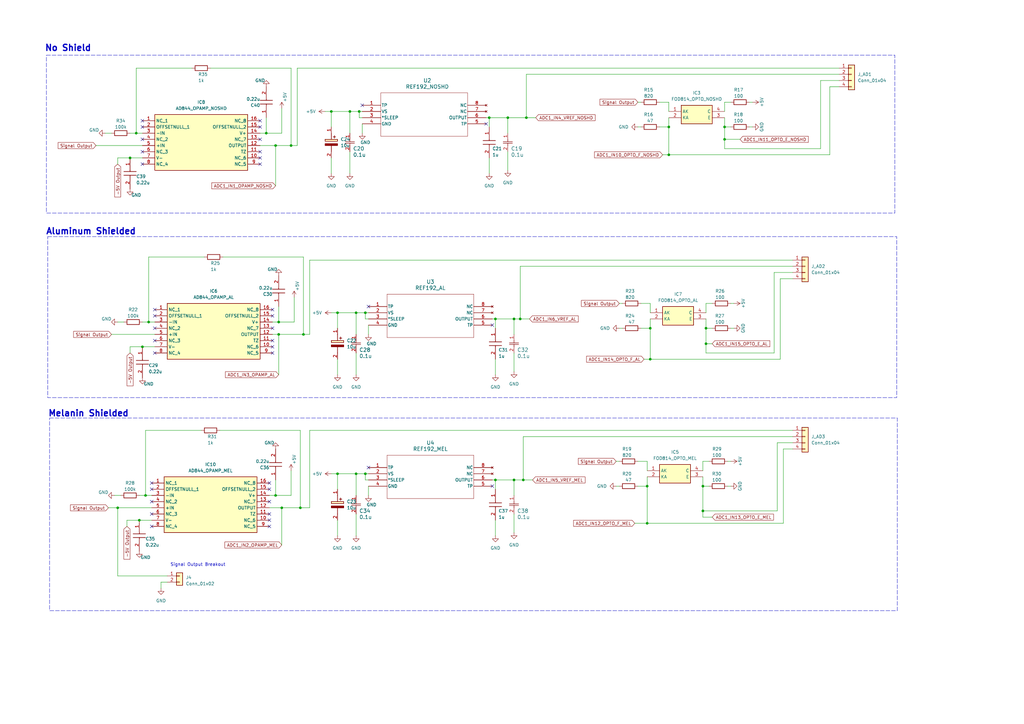
<source format=kicad_sch>
(kicad_sch (version 20231120) (generator "eeschema") (generator_version "8.0")
  (paper "A3")
  (title_block (title "REF192-AD844-FOD814 Testing Circuits") (rev "1"))
  (lib_symbols
    (symbol "Connector_Generic:Conn_01x02" (pin_names (offset 1.016) hide)
      (property "Reference" "J" (at 0 2.54 0))
      (property "Value" "Conn_01x02" (at 0 -5.08 0))
      (symbol "Conn_01x02_1_1"
        (rectangle (start -1.27 -2.413) (end 0 -2.667) (stroke (width 0.1524)))
        (rectangle (start -1.27 0.127) (end 0 -0.127) (stroke (width 0.1524)))
        (rectangle (start -1.27 1.27) (end 1.27 -3.81) (stroke (width 0.254)) (fill (type background)))
        (pin passive line (at -5.08 0 0) (length 3.81) (name "Pin_1") (number "1"))
        (pin passive line (at -5.08 -2.54 0) (length 3.81) (name "Pin_2") (number "2"))
      )
    )
    (symbol "Connector_Generic:Conn_01x04" (pin_names (offset 1.016) hide)
      (property "Reference" "J" (at 0 5.08 0))
      (property "Value" "Conn_01x04" (at 0 -7.62 0))
      (symbol "Conn_01x04_1_1"
        (rectangle (start -1.27 -4.953) (end 0 -5.207) (stroke (width 0.1524)))
        (rectangle (start -1.27 -2.413) (end 0 -2.667) (stroke (width 0.1524)))
        (rectangle (start -1.27 0.127) (end 0 -0.127) (stroke (width 0.1524)))
        (rectangle (start -1.27 2.667) (end 0 2.413) (stroke (width 0.1524)))
        (rectangle (start -1.27 3.81) (end 1.27 -6.35) (stroke (width 0.254)) (fill (type background)))
        (pin passive line (at -5.08 2.54 0) (length 3.81) (name "Pin_1") (number "1"))
        (pin passive line (at -5.08 0 0) (length 3.81) (name "Pin_2") (number "2"))
        (pin passive line (at -5.08 -2.54 0) (length 3.81) (name "Pin_3") (number "3"))
        (pin passive line (at -5.08 -5.08 0) (length 3.81) (name "Pin_4") (number "4"))
      )
    )
    (symbol "Device:R" (pin_numbers hide) (pin_names (offset 0))
      (property "Reference" "R" (at 2.032 0 90))
      (property "Value" "R" (at 0 0 90))
      (symbol "R_0_1"
        (rectangle (start -1.016 -2.54) (end 1.016 2.54) (stroke (width 0.254)))
      )
      (symbol "R_1_1"
        (pin passive line (at 0 3.81 270) (length 1.27) (name "~") (number "1"))
        (pin passive line (at 0 -3.81 90) (length 1.27) (name "~") (number "2"))
      )
    )
    (symbol "capstone:AD844JRZ-16-REEL7"
      (property "Reference" "IC" (at 44.45 7.62 0))
      (property "Value" "AD844JRZ-16-REEL7" (at 44.45 5.08 0))
      (symbol "AD844JRZ-16-REEL7_1_1"
        (rectangle (start 5.08 2.54) (end 43.18 -20.32) (stroke (width 0.254)) (fill (type background)))
        (pin passive line (at 0 0 0) (length 5.08) (name "NC_1") (number "1"))
        (pin passive line (at 48.26 -15.24 180) (length 5.08) (name "NC_6") (number "10"))
        (pin passive line (at 48.26 -12.7 180) (length 5.08) (name "TZ") (number "11"))
        (pin passive line (at 48.26 -10.16 180) (length 5.08) (name "OUTPUT") (number "12"))
        (pin passive line (at 48.26 -7.62 180) (length 5.08) (name "NC_7") (number "13"))
        (pin passive line (at 48.26 -5.08 180) (length 5.08) (name "V+") (number "14"))
        (pin passive line (at 48.26 -2.54 180) (length 5.08) (name "OFFSETNULL_2") (number "15"))
        (pin passive line (at 48.26 0 180) (length 5.08) (name "NC_8") (number "16"))
        (pin passive line (at 0 -2.54 0) (length 5.08) (name "OFFSETNULL_1") (number "2"))
        (pin passive line (at 0 -5.08 0) (length 5.08) (name "-IN") (number "3"))
        (pin passive line (at 0 -7.62 0) (length 5.08) (name "NC_2") (number "4"))
        (pin passive line (at 0 -10.16 0) (length 5.08) (name "+IN") (number "5"))
        (pin passive line (at 0 -12.7 0) (length 5.08) (name "NC_3") (number "6"))
        (pin passive line (at 0 -15.24 0) (length 5.08) (name "V-") (number "7"))
        (pin passive line (at 0 -17.78 0) (length 5.08) (name "NC_4") (number "8"))
        (pin passive line (at 48.26 -17.78 180) (length 5.08) (name "NC_5") (number "9"))
      )
    )
    (symbol "capstone:C0805C104K5RAC7210" (pin_names (offset 0.254))
      (property "Reference" "C" (at 3.81 3.81 0))
      (property "Value" "C0805C104K5RAC7210" (at 3.81 -3.81 0))
      (symbol "C0805C104K5RAC7210_1_1"
        (polyline (pts (xy 2.54 0) (xy 3.4798 0)) (stroke (width 0.2032)))
        (polyline (pts (xy 3.4798 -1.905) (xy 3.4798 1.905)) (stroke (width 0.2032)))
        (polyline (pts (xy 4.1148 -1.905) (xy 4.1148 1.905)) (stroke (width 0.2032)))
        (polyline (pts (xy 4.1148 0) (xy 5.08 0)) (stroke (width 0.2032)))
        (pin unspecified line (at 0 0 0) (length 2.54) (name "") (number "1"))
        (pin unspecified line (at 7.62 0 180) (length 2.54) (name "") (number "2"))
      )
      (symbol "C0805C104K5RAC7210_1_2"
        (polyline (pts (xy -1.905 -4.1148) (xy 1.905 -4.1148)) (stroke (width 0.2032)))
        (polyline (pts (xy -1.905 -3.4798) (xy 1.905 -3.4798)) (stroke (width 0.2032)))
        (polyline (pts (xy 0 -4.1148) (xy 0 -5.08)) (stroke (width 0.2032)))
        (polyline (pts (xy 0 -2.54) (xy 0 -3.4798)) (stroke (width 0.2032)))
        (pin unspecified line (at 0 0 270) (length 2.54) (name "") (number "1"))
        (pin unspecified line (at 0 -7.62 90) (length 2.54) (name "") (number "2"))
      )
    )
    (symbol "capstone:C0805C105Z5VACTU-1u" (pin_names hide)
      (property "Reference" "C" (at 8.89 6.35 0))
      (property "Value" "C0805C105Z5VACTU-1u" (at 8.89 3.81 0))
      (symbol "C0805C105Z5VACTU-1u_1_1"
        (polyline (pts (xy 5.08 0) (xy 5.588 0)) (stroke (width 0.254)))
        (polyline (pts (xy 5.588 2.54) (xy 5.588 -2.54)) (stroke (width 0.254)))
        (polyline (pts (xy 7.112 0) (xy 7.62 0)) (stroke (width 0.254)))
        (polyline (pts (xy 7.112 2.54) (xy 7.112 -2.54)) (stroke (width 0.254)))
        (pin passive line (at 0 0 0) (length 5.08) (name "1") (number "1"))
        (pin passive line (at 12.7 0 180) (length 5.08) (name "2") (number "2"))
      )
    )
    (symbol "capstone:C0805C224M5VACTU-0.22u" (pin_names hide)
      (property "Reference" "C" (at 8.89 6.35 0))
      (property "Value" "C0805C224M5VACTU-0.22u" (at 8.89 3.81 0))
      (symbol "C0805C224M5VACTU-0.22u_1_1"
        (polyline (pts (xy 5.08 0) (xy 5.588 0)) (stroke (width 0.254)))
        (polyline (pts (xy 5.588 2.54) (xy 5.588 -2.54)) (stroke (width 0.254)))
        (polyline (pts (xy 7.112 0) (xy 7.62 0)) (stroke (width 0.254)))
        (polyline (pts (xy 7.112 2.54) (xy 7.112 -2.54)) (stroke (width 0.254)))
        (pin passive line (at 0 0 0) (length 5.08) (name "1") (number "1"))
        (pin passive line (at 12.7 0 180) (length 5.08) (name "2") (number "2"))
      )
    )
    (symbol "capstone:FOD814SD"
      (property "Reference" "IC" (at 19.05 7.62 0))
      (property "Value" "FOD814SD" (at 19.05 5.08 0))
      (symbol "FOD814SD_1_1"
        (rectangle (start 5.08 2.54) (end 17.78 -5.08) (stroke (width 0.254)) (fill (type background)))
        (pin passive line (at 0 0 0) (length 5.08) (name "AK") (number "1"))
        (pin passive line (at 0 -2.54 0) (length 5.08) (name "KA") (number "2"))
        (pin passive line (at 22.86 -2.54 180) (length 5.08) (name "E") (number "3"))
        (pin passive line (at 22.86 0 180) (length 5.08) (name "C") (number "4"))
      )
    )
    (symbol "capstone:REF192GSZ" (pin_names (offset 0.254))
      (property "Reference" "U" (at 25.4 10.16 0))
      (property "Value" "REF192GSZ" (at 25.4 7.62 0))
      (symbol "REF192GSZ_0_1"
        (polyline (pts (xy 7.62 -12.7) (xy 43.18 -12.7)) (stroke (width 0.127)))
        (polyline (pts (xy 7.62 5.08) (xy 7.62 -12.7)) (stroke (width 0.127)))
        (polyline (pts (xy 43.18 -12.7) (xy 43.18 5.08)) (stroke (width 0.127)))
        (polyline (pts (xy 43.18 5.08) (xy 7.62 5.08)) (stroke (width 0.127)))
        (pin unspecified line (at 0 0 0) (length 7.62) (name "TP") (number "1"))
        (pin power_in line (at 0 -2.54 0) (length 7.62) (name "VS") (number "2"))
        (pin unspecified line (at 0 -5.08 0) (length 7.62) (name "*SLEEP") (number "3"))
        (pin power_in line (at 0 -7.62 0) (length 7.62) (name "GND") (number "4"))
        (pin unspecified line (at 50.8 -7.62 180) (length 7.62) (name "TP") (number "5"))
        (pin output line (at 50.8 -5.08 180) (length 7.62) (name "OUTPUT") (number "6"))
        (pin no_connect line (at 50.8 -2.54 180) (length 7.62) (name "NC") (number "7"))
        (pin no_connect line (at 50.8 0 180) (length 7.62) (name "NC") (number "8"))
      )
    )
    (symbol "capstone:T495D106K035ATE300" (pin_names hide)
      (property "Reference" "C" (at 8.89 6.35 0))
      (property "Value" "T495D106K035ATE300" (at 8.89 3.81 0))
      (symbol "T495D106K035ATE300_1_1"
        (polyline (pts (xy 2.54 0) (xy 5.08 0)) (stroke (width 0.254)))
        (polyline (pts (xy 4.064 1.778) (xy 4.064 0.762)) (stroke (width 0.254)))
        (polyline (pts (xy 4.572 1.27) (xy 3.556 1.27)) (stroke (width 0.254)))
        (polyline (pts (xy 7.62 0) (xy 10.16 0)) (stroke (width 0.254)))
        (polyline (pts (xy 7.62 2.54) (xy 7.62 -2.54) (xy 6.858 -2.54) (xy 6.858 2.54) (xy 7.62 2.54)) (stroke (width 0.254)) (fill (type outline)))
        (rectangle (start 5.08 2.54) (end 5.842 -2.54) (stroke (width 0.254)) (fill (type background)))
        (pin passive line (at 0 0 0) (length 2.54) (name "+") (number "1"))
        (pin passive line (at 12.7 0 180) (length 2.54) (name "-") (number "2"))
      )
    )
    (symbol "power:+5V" (power) (pin_names (offset 0))
      (property "Value" "+5V" (at 0 3.556 0))
      (symbol "+5V_0_1"
        (polyline (pts (xy -0.762 1.27) (xy 0 2.54)))
        (polyline (pts (xy 0 0) (xy 0 2.54)))
        (polyline (pts (xy 0 2.54) (xy 0.762 1.27)))
      )
      (symbol "+5V_1_1"
        (pin power_in line (at 0 0 90) (length 0) hide (name "+5V") (number "1"))
      )
    )
    (symbol "power:GND" (power) (pin_names (offset 0))
      (property "Value" "GND" (at 0 -3.81 0))
      (symbol "GND_0_1"
        (polyline (pts (xy 0 0) (xy 0 -1.27) (xy 1.27 -1.27) (xy 0 -2.54) (xy -1.27 -1.27) (xy 0 -1.27)))
      )
      (symbol "GND_1_1"
        (pin power_in line (at 0 0 270) (length 0) hide (name "GND") (number "1"))
      )
    )
  )
  (junction (at 60.96 132.08))
  (junction (at 210.82 196.85))
  (junction (at 288.29 209.55))
  (junction (at 59.69 203.2))
  (junction (at 149.86 194.31))
  (junction (at 297.18 57.15))
  (junction (at 57.15 213.36))
  (junction (at 266.7 134.62))
  (junction (at 208.28 48.26))
  (junction (at 115.57 208.28))
  (junction (at 109.22 54.61))
  (junction (at 274.32 63.5))
  (junction (at 138.43 128.27))
  (junction (at 203.2 196.85))
  (junction (at 48.26 208.28))
  (junction (at 289.56 140.97))
  (junction (at 266.7 147.32))
  (junction (at 147.32 45.72))
  (junction (at 114.3 132.08))
  (junction (at 123.19 208.28))
  (junction (at 200.66 48.26))
  (junction (at 113.03 59.69))
  (junction (at 58.42 142.24))
  (junction (at 138.43 194.31))
  (junction (at 265.43 199.39))
  (junction (at 143.51 45.72))
  (junction (at 114.3 137.16))
  (junction (at 135.89 45.72))
  (junction (at 146.05 194.31))
  (junction (at 210.82 130.81))
  (junction (at 289.56 134.62))
  (junction (at 146.05 128.27))
  (junction (at 213.36 130.81))
  (junction (at 297.18 52.07))
  (junction (at 274.32 52.07))
  (junction (at 203.2 130.81))
  (junction (at 149.86 128.27))
  (junction (at 124.46 137.16))
  (junction (at 215.9 48.26))
  (junction (at 113.03 203.2))
  (junction (at 214.63 196.85))
  (junction (at 288.29 199.39))
  (junction (at 53.34 64.77))
  (junction (at 119.38 59.69))
  (junction (at 55.88 54.61))
  (junction (at 265.43 214.63))
  (no_connect (at 63.5 129.54))
  (no_connect (at 106.68 67.31))
  (no_connect (at 106.68 64.77))
  (no_connect (at 63.5 127))
  (no_connect (at 148.59 43.18))
  (no_connect (at 63.5 139.7))
  (no_connect (at 110.49 210.82))
  (no_connect (at 110.49 205.74))
  (no_connect (at 110.49 215.9))
  (no_connect (at 199.39 50.8))
  (no_connect (at 62.23 200.66))
  (no_connect (at 62.23 205.74))
  (no_connect (at 62.23 198.12))
  (no_connect (at 151.13 191.77))
  (no_connect (at 111.76 127))
  (no_connect (at 63.5 144.78))
  (no_connect (at 201.93 133.35))
  (no_connect (at 62.23 215.9))
  (no_connect (at 62.23 210.82))
  (no_connect (at 110.49 200.66))
  (no_connect (at 201.93 199.39))
  (no_connect (at 111.76 129.54))
  (no_connect (at 151.13 125.73))
  (no_connect (at 58.42 52.07))
  (no_connect (at 110.49 213.36))
  (no_connect (at 58.42 67.31))
  (no_connect (at 106.68 52.07))
  (no_connect (at 111.76 134.62))
  (no_connect (at 106.68 62.23))
  (no_connect (at 111.76 139.7))
  (no_connect (at 106.68 49.53))
  (no_connect (at 106.68 57.15))
  (no_connect (at 111.76 144.78))
  (no_connect (at 58.42 49.53))
  (no_connect (at 63.5 134.62))
  (no_connect (at 58.42 57.15))
  (no_connect (at 110.49 198.12))
  (no_connect (at 58.42 62.23))
  (no_connect (at 111.76 142.24))
  (wire (pts (xy 114.3 132.08) (xy 120.65 132.08)))
  (wire (pts (xy 215.9 30.48) (xy 215.9 48.26)))
  (wire (pts (xy 39.37 59.69) (xy 58.42 59.69)))
  (wire (pts (xy 214.63 196.85) (xy 218.44 196.85)))
  (wire (pts (xy 52.07 213.36) (xy 57.15 213.36)))
  (wire (pts (xy 265.43 199.39) (xy 265.43 195.58)))
  (wire (pts (xy 86.36 27.94) (xy 119.38 27.94)))
  (wire (pts (xy 289.56 144.78) (xy 289.56 140.97)))
  (wire (pts (xy 114.3 132.08) (xy 111.76 132.08)))
  (wire (pts (xy 151.13 196.85) (xy 149.86 196.85)))
  (wire (pts (xy 44.45 208.28) (xy 48.26 208.28)))
  (wire (pts (xy 113.03 59.69) (xy 119.38 59.69)))
  (wire (pts (xy 340.36 35.56) (xy 344.17 35.56)))
  (wire (pts (xy 113.03 203.2) (xy 110.49 203.2)))
  (wire (pts (xy 214.63 179.07) (xy 214.63 196.85)))
  (wire (pts (xy 147.32 45.72) (xy 148.59 45.72)))
  (wire (pts (xy 109.22 48.26) (xy 109.22 54.61)))
  (wire (pts (xy 270.51 52.07) (xy 274.32 52.07)))
  (wire (pts (xy 274.32 52.07) (xy 274.32 48.26)))
  (wire (pts (xy 146.05 194.31) (xy 146.05 203.2)))
  (wire (pts (xy 262.89 134.62) (xy 266.7 134.62)))
  (wire (pts (xy 110.49 208.28) (xy 115.57 208.28)))
  (wire (pts (xy 119.38 193.04) (xy 119.38 203.2)))
  (wire (pts (xy 143.51 45.72) (xy 147.32 45.72)))
  (wire (pts (xy 66.04 241.3) (xy 66.04 238.76)))
  (wire (pts (xy 48.26 64.77) (xy 48.26 67.31)))
  (wire (pts (xy 321.31 184.15) (xy 325.12 184.15)))
  (wire (pts (xy 265.43 193.04) (xy 265.43 189.23)))
  (wire (pts (xy 124.46 137.16) (xy 127 137.16)))
  (wire (pts (xy 90.17 176.53) (xy 123.19 176.53)))
  (wire (pts (xy 58.42 142.24) (xy 63.5 142.24)))
  (wire (pts (xy 288.29 189.23) (xy 288.29 193.04)))
  (wire (pts (xy 266.7 134.62) (xy 266.7 130.81)))
  (wire (pts (xy 289.56 130.81) (xy 289.56 134.62)))
  (wire (pts (xy 52.07 213.36) (xy 52.07 215.9)))
  (wire (pts (xy 288.29 199.39) (xy 290.83 199.39)))
  (wire (pts (xy 340.36 63.5) (xy 340.36 35.56)))
  (wire (pts (xy 48.26 208.28) (xy 48.26 236.22)))
  (wire (pts (xy 297.18 48.26) (xy 297.18 52.07)))
  (wire (pts (xy 114.3 137.16) (xy 124.46 137.16)))
  (wire (pts (xy 119.38 59.69) (xy 121.92 59.69)))
  (wire (pts (xy 298.45 199.39) (xy 299.72 199.39)))
  (wire (pts (xy 59.69 203.2) (xy 62.23 203.2)))
  (wire (pts (xy 135.89 64.77) (xy 135.89 71.12)))
  (wire (pts (xy 53.34 64.77) (xy 58.42 64.77)))
  (wire (pts (xy 199.39 48.26) (xy 200.66 48.26)))
  (wire (pts (xy 299.72 189.23) (xy 298.45 189.23)))
  (wire (pts (xy 149.86 128.27) (xy 151.13 128.27)))
  (wire (pts (xy 82.55 176.53) (xy 59.69 176.53)))
  (wire (pts (xy 135.89 45.72) (xy 143.51 45.72)))
  (wire (pts (xy 321.31 214.63) (xy 321.31 184.15)))
  (wire (pts (xy 55.88 27.94) (xy 55.88 54.61)))
  (wire (pts (xy 151.13 133.35) (xy 151.13 137.16)))
  (wire (pts (xy 46.99 203.2) (xy 49.53 203.2)))
  (wire (pts (xy 203.2 196.85) (xy 203.2 200.66)))
  (wire (pts (xy 214.63 179.07) (xy 325.12 179.07)))
  (wire (pts (xy 336.55 60.96) (xy 336.55 33.02)))
  (wire (pts (xy 299.72 134.62) (xy 300.99 134.62)))
  (wire (pts (xy 109.22 54.61) (xy 106.68 54.61)))
  (wire (pts (xy 266.7 124.46) (xy 262.89 124.46)))
  (wire (pts (xy 148.59 50.8) (xy 148.59 54.61)))
  (wire (pts (xy 124.46 105.41) (xy 124.46 137.16)))
  (wire (pts (xy 254 134.62) (xy 255.27 134.62)))
  (wire (pts (xy 274.32 41.91) (xy 270.51 41.91)))
  (wire (pts (xy 55.88 27.94) (xy 78.74 27.94)))
  (wire (pts (xy 114.3 125.73) (xy 114.3 132.08)))
  (wire (pts (xy 111.76 137.16) (xy 114.3 137.16)))
  (wire (pts (xy 60.96 105.41) (xy 60.96 132.08)))
  (wire (pts (xy 146.05 194.31) (xy 149.86 194.31)))
  (wire (pts (xy 59.69 176.53) (xy 59.69 203.2)))
  (wire (pts (xy 320.04 147.32) (xy 320.04 114.3)))
  (wire (pts (xy 288.29 189.23) (xy 290.83 189.23)))
  (wire (pts (xy 138.43 147.32) (xy 138.43 153.67)))
  (wire (pts (xy 109.22 54.61) (xy 115.57 54.61)))
  (wire (pts (xy 53.34 54.61) (xy 55.88 54.61)))
  (wire (pts (xy 265.43 189.23) (xy 261.62 189.23)))
  (wire (pts (xy 135.89 194.31) (xy 138.43 194.31)))
  (wire (pts (xy 252.73 199.39) (xy 254 199.39)))
  (wire (pts (xy 308.61 41.91) (xy 307.34 41.91)))
  (wire (pts (xy 289.56 124.46) (xy 289.56 128.27)))
  (wire (pts (xy 115.57 208.28) (xy 115.57 223.52)))
  (wire (pts (xy 138.43 194.31) (xy 146.05 194.31)))
  (wire (pts (xy 43.18 54.61) (xy 45.72 54.61)))
  (wire (pts (xy 119.38 27.94) (xy 119.38 59.69)))
  (wire (pts (xy 201.93 130.81) (xy 203.2 130.81)))
  (wire (pts (xy 123.19 176.53) (xy 123.19 208.28)))
  (wire (pts (xy 138.43 134.62) (xy 138.43 128.27)))
  (wire (pts (xy 135.89 52.07) (xy 135.89 45.72)))
  (wire (pts (xy 274.32 63.5) (xy 340.36 63.5)))
  (wire (pts (xy 146.05 144.78) (xy 146.05 153.67)))
  (wire (pts (xy 288.29 212.09) (xy 292.1 212.09)))
  (wire (pts (xy 321.31 214.63) (xy 265.43 214.63)))
  (wire (pts (xy 113.03 196.85) (xy 113.03 203.2)))
  (wire (pts (xy 261.62 199.39) (xy 265.43 199.39)))
  (wire (pts (xy 318.77 181.61) (xy 325.12 181.61)))
  (wire (pts (xy 254 124.46) (xy 255.27 124.46)))
  (wire (pts (xy 297.18 41.91) (xy 297.18 45.72)))
  (wire (pts (xy 317.5 144.78) (xy 317.5 111.76)))
  (wire (pts (xy 289.56 140.97) (xy 292.1 140.97)))
  (wire (pts (xy 213.36 109.22) (xy 213.36 130.81)))
  (wire (pts (xy 288.29 199.39) (xy 288.29 209.55)))
  (wire (pts (xy 297.18 57.15) (xy 297.18 60.96)))
  (wire (pts (xy 138.43 200.66) (xy 138.43 194.31)))
  (wire (pts (xy 201.93 196.85) (xy 203.2 196.85)))
  (wire (pts (xy 113.03 59.69) (xy 113.03 76.2)))
  (wire (pts (xy 58.42 132.08) (xy 60.96 132.08)))
  (wire (pts (xy 149.86 130.81) (xy 149.86 128.27)))
  (wire (pts (xy 208.28 48.26) (xy 208.28 54.61)))
  (wire (pts (xy 288.29 195.58) (xy 288.29 199.39)))
  (wire (pts (xy 48.26 64.77) (xy 53.34 64.77)))
  (wire (pts (xy 318.77 209.55) (xy 318.77 181.61)))
  (wire (pts (xy 317.5 144.78) (xy 289.56 144.78)))
  (wire (pts (xy 66.04 238.76) (xy 68.58 238.76)))
  (wire (pts (xy 210.82 130.81) (xy 210.82 137.16)))
  (wire (pts (xy 289.56 134.62) (xy 292.1 134.62)))
  (wire (pts (xy 200.66 48.26) (xy 200.66 52.07)))
  (wire (pts (xy 274.32 45.72) (xy 274.32 41.91)))
  (wire (pts (xy 297.18 60.96) (xy 336.55 60.96)))
  (wire (pts (xy 146.05 210.82) (xy 146.05 219.71)))
  (wire (pts (xy 215.9 48.26) (xy 219.71 48.26)))
  (wire (pts (xy 57.15 213.36) (xy 62.23 213.36)))
  (wire (pts (xy 210.82 196.85) (xy 214.63 196.85)))
  (wire (pts (xy 138.43 128.27) (xy 146.05 128.27)))
  (wire (pts (xy 208.28 48.26) (xy 215.9 48.26)))
  (wire (pts (xy 320.04 114.3) (xy 325.12 114.3)))
  (wire (pts (xy 138.43 213.36) (xy 138.43 219.71)))
  (wire (pts (xy 60.96 132.08) (xy 63.5 132.08)))
  (wire (pts (xy 274.32 63.5) (xy 274.32 52.07)))
  (wire (pts (xy 260.35 214.63) (xy 265.43 214.63)))
  (wire (pts (xy 127 106.68) (xy 325.12 106.68)))
  (wire (pts (xy 106.68 59.69) (xy 113.03 59.69)))
  (wire (pts (xy 261.62 41.91) (xy 262.89 41.91)))
  (wire (pts (xy 203.2 130.81) (xy 203.2 134.62)))
  (wire (pts (xy 114.3 137.16) (xy 114.3 153.67)))
  (wire (pts (xy 53.34 142.24) (xy 53.34 144.78)))
  (wire (pts (xy 115.57 208.28) (xy 123.19 208.28)))
  (wire (pts (xy 203.2 130.81) (xy 210.82 130.81)))
  (wire (pts (xy 210.82 210.82) (xy 210.82 218.44)))
  (wire (pts (xy 151.13 130.81) (xy 149.86 130.81)))
  (wire (pts (xy 252.73 189.23) (xy 254 189.23)))
  (wire (pts (xy 271.78 63.5) (xy 274.32 63.5)))
  (wire (pts (xy 208.28 62.23) (xy 208.28 69.85)))
  (wire (pts (xy 151.13 199.39) (xy 151.13 203.2)))
  (wire (pts (xy 121.92 59.69) (xy 121.92 27.94)))
  (wire (pts (xy 113.03 203.2) (xy 119.38 203.2)))
  (wire (pts (xy 336.55 33.02) (xy 344.17 33.02)))
  (wire (pts (xy 215.9 30.48) (xy 344.17 30.48)))
  (wire (pts (xy 289.56 124.46) (xy 292.1 124.46)))
  (wire (pts (xy 265.43 214.63) (xy 265.43 199.39)))
  (wire (pts (xy 146.05 128.27) (xy 149.86 128.27)))
  (wire (pts (xy 210.82 196.85) (xy 210.82 203.2)))
  (wire (pts (xy 127 208.28) (xy 123.19 208.28)))
  (wire (pts (xy 266.7 128.27) (xy 266.7 124.46)))
  (wire (pts (xy 210.82 130.81) (xy 213.36 130.81)))
  (wire (pts (xy 127 106.68) (xy 127 137.16)))
  (wire (pts (xy 266.7 147.32) (xy 266.7 134.62)))
  (wire (pts (xy 297.18 57.15) (xy 303.53 57.15)))
  (wire (pts (xy 213.36 130.81) (xy 217.17 130.81)))
  (wire (pts (xy 288.29 212.09) (xy 288.29 209.55)))
  (wire (pts (xy 120.65 121.92) (xy 120.65 132.08)))
  (wire (pts (xy 133.35 45.72) (xy 135.89 45.72)))
  (wire (pts (xy 55.88 54.61) (xy 58.42 54.61)))
  (wire (pts (xy 210.82 144.78) (xy 210.82 152.4)))
  (wire (pts (xy 57.15 203.2) (xy 59.69 203.2)))
  (wire (pts (xy 143.51 45.72) (xy 143.51 54.61)))
  (wire (pts (xy 143.51 62.23) (xy 143.51 71.12)))
  (wire (pts (xy 121.92 27.94) (xy 344.17 27.94)))
  (wire (pts (xy 289.56 140.97) (xy 289.56 134.62)))
  (wire (pts (xy 297.18 52.07) (xy 299.72 52.07)))
  (wire (pts (xy 83.82 105.41) (xy 60.96 105.41)))
  (wire (pts (xy 297.18 52.07) (xy 297.18 57.15)))
  (wire (pts (xy 297.18 41.91) (xy 299.72 41.91)))
  (wire (pts (xy 48.26 208.28) (xy 62.23 208.28)))
  (wire (pts (xy 149.86 196.85) (xy 149.86 194.31)))
  (wire (pts (xy 127 176.53) (xy 127 208.28)))
  (wire (pts (xy 48.26 132.08) (xy 50.8 132.08)))
  (wire (pts (xy 264.16 147.32) (xy 266.7 147.32)))
  (wire (pts (xy 147.32 48.26) (xy 147.32 45.72)))
  (wire (pts (xy 127 176.53) (xy 325.12 176.53)))
  (wire (pts (xy 115.57 44.45) (xy 115.57 54.61)))
  (wire (pts (xy 213.36 109.22) (xy 325.12 109.22)))
  (wire (pts (xy 203.2 213.36) (xy 203.2 219.71)))
  (wire (pts (xy 266.7 147.32) (xy 320.04 147.32)))
  (wire (pts (xy 307.34 52.07) (xy 308.61 52.07)))
  (wire (pts (xy 288.29 209.55) (xy 318.77 209.55)))
  (wire (pts (xy 135.89 128.27) (xy 138.43 128.27)))
  (wire (pts (xy 146.05 128.27) (xy 146.05 137.16)))
  (wire (pts (xy 200.66 64.77) (xy 200.66 71.12)))
  (wire (pts (xy 317.5 111.76) (xy 325.12 111.76)))
  (wire (pts (xy 148.59 48.26) (xy 147.32 48.26)))
  (wire (pts (xy 45.72 137.16) (xy 63.5 137.16)))
  (wire (pts (xy 300.99 124.46) (xy 299.72 124.46)))
  (wire (pts (xy 48.26 236.22) (xy 68.58 236.22)))
  (wire (pts (xy 203.2 196.85) (xy 210.82 196.85)))
  (wire (pts (xy 200.66 48.26) (xy 208.28 48.26)))
  (wire (pts (xy 149.86 194.31) (xy 151.13 194.31)))
  (wire (pts (xy 261.62 52.07) (xy 262.89 52.07)))
  (wire (pts (xy 203.2 147.32) (xy 203.2 153.67)))
  (wire (pts (xy 91.44 105.41) (xy 124.46 105.41)))
  (wire (pts (xy 53.34 142.24) (xy 58.42 142.24)))
  (rectangle (start 20.32 171.45) (end 368.046 250.444) (stroke (width 0) (type dash)))
  (rectangle (start 19.05 22.606) (end 367.03 87.376) (stroke (width 0) (type dash)))
  (rectangle (start 19.558 97.028) (end 367.792 163.068) (stroke (width 0) (type dash)))
  (text "Signal Output Breakout\n" (at 69.85 232.41 0) (effects (font (size 1.27 1.27)) (justify left bottom)))
  (text "Aluminum Shielded" (at 37.338 94.996 0) (effects (font (size 2.54 2.54) (thickness 0.508) (bold yes))))
  (text "Melanin Shielded" (at 36.322 169.672 0) (effects (font (size 2.54 2.54) (thickness 0.508) (bold yes))))
  (text "No Shield" (at 27.94 19.812 0) (effects (font (size 2.54 2.54) (thickness 0.508) (bold yes))))
  (global_label "Signal Output" (shape input) (at 252.73 189.23 180) (property "Intersheetrefs" "${INTERSHEET_REFS}" (effects (hide yes))))
  (global_label "ADC1_IN13_OPTO_E_MEL" (shape input) (at 292.1 212.09 0) (property "Intersheetrefs" "${INTERSHEET_REFS}" (effects (hide yes))))
  (global_label "Signal Output" (shape input) (at 39.37 59.69 180) (property "Intersheetrefs" "${INTERSHEET_REFS}" (effects (hide yes))))
  (global_label "Signal Output" (shape input) (at 45.72 137.16 180) (property "Intersheetrefs" "${INTERSHEET_REFS}" (effects (hide yes))))
  (global_label "-5V Output" (shape input) (at 48.26 67.31 270) (property "Intersheetrefs" "${INTERSHEET_REFS}" (effects (hide yes))))
  (global_label "ADC1_IN5_VREF_MEL" (shape input) (at 218.44 196.85 0) (property "Intersheetrefs" "${INTERSHEET_REFS}" (effects (hide yes))))
  (global_label "ADC1_IN12_OPTO_F_MEL" (shape input) (at 260.35 214.63 180) (property "Intersheetrefs" "${INTERSHEET_REFS}" (effects (hide yes))))
  (global_label "ADC1_IN14_OPTO_F_AL" (shape input) (at 264.16 147.32 180) (property "Intersheetrefs" "${INTERSHEET_REFS}" (effects (hide yes))))
  (global_label "ADC1_IN4_VREF_NOSHD" (shape input) (at 219.71 48.26 0) (property "Intersheetrefs" "${INTERSHEET_REFS}" (effects (hide yes))))
  (global_label "ADC1_IN10_OPTO_F_NOSHD" (shape input) (at 271.78 63.5 180) (property "Intersheetrefs" "${INTERSHEET_REFS}" (effects (hide yes))))
  (global_label "-5V Output" (shape input) (at 53.34 144.78 270) (property "Intersheetrefs" "${INTERSHEET_REFS}" (effects (hide yes))))
  (global_label "Signal Output" (shape input) (at 254 124.46 180) (property "Intersheetrefs" "${INTERSHEET_REFS}" (effects (hide yes))))
  (global_label "ADC1_IN3_OPAMP_AL" (shape input) (at 114.3 153.67 180) (property "Intersheetrefs" "${INTERSHEET_REFS}" (effects (hide yes))))
  (global_label "Signal Output" (shape input) (at 261.62 41.91 180) (property "Intersheetrefs" "${INTERSHEET_REFS}" (effects (hide yes))))
  (global_label "ADC1_IN15_OPTO_E_AL" (shape input) (at 292.1 140.97 0) (property "Intersheetrefs" "${INTERSHEET_REFS}" (effects (hide yes))))
  (global_label "ADC1_IN11_OPTO_E_NOSHD" (shape input) (at 303.53 57.15 0) (property "Intersheetrefs" "${INTERSHEET_REFS}" (effects (hide yes))))
  (global_label "ADC1_IN1_OPAMP_NOSHD" (shape input) (at 113.03 76.2 180) (property "Intersheetrefs" "${INTERSHEET_REFS}" (effects (hide yes))))
  (global_label "ADC1_IN6_VREF_AL" (shape input) (at 217.17 130.81 0) (property "Intersheetrefs" "${INTERSHEET_REFS}" (effects (hide yes))))
  (global_label "ADC1_IN2_OPAMP_MEL" (shape input) (at 115.57 223.52 180) (property "Intersheetrefs" "${INTERSHEET_REFS}" (effects (hide yes))))
  (global_label "-5V Output" (shape input) (at 52.07 215.9 270) (property "Intersheetrefs" "${INTERSHEET_REFS}" (effects (hide yes))))
  (global_label "Signal Output" (shape input) (at 44.45 208.28 180) (property "Intersheetrefs" "${INTERSHEET_REFS}" (effects (hide yes))))
  (symbol (lib_id "capstone:C0805C224M5VACTU-0.22u") (at 109.22 48.26 90) (unit 1)
    (property "Reference" "C40" (at 106.68 43.18 90) (effects (justify left)))
    (property "Value" "0.22u" (at 106.68 40.64 90) (effects (justify left)))
    (property "Footprint" "capstone:C0805-0.22u" (effects (hide yes)))
    (property "Datasheet" "https://content.kemet.com/datasheets/KEM_C1005_Y5V_SMD.pdf" (effects (hide yes)))
    (property "Height" "1.1" (effects (hide yes)))
    (property "Manufacturer_Name" "KEMET" (effects (hide yes)))
    (property "Manufacturer_Part_Number" "C0805C224M5VACTU" (effects (hide yes)))
  )
  (symbol (lib_id "capstone:REF192GSZ") (at 151.13 125.73 0) (unit 1)
    (property "Reference" "U3" (at 176.53 115.57 0) (effects (font (size 1.524 1.524))))
    (property "Value" "REF192_AL" (at 176.53 118.11 0) (effects (font (size 1.524 1.524))))
    (property "Footprint" "capstone:R_8_ADI-REF" (effects (hide yes)))
    (property "Datasheet" "REF192GSZ" (effects (hide yes)))
  )
  (symbol (lib_id "Device:R") (at 303.53 52.07 270) (unit 1)
    (property "Reference" "R18" (at 304.8 46.99 90) (effects (justify right)))
    (property "Value" "100" (at 304.8 49.53 90) (effects (justify right)))
    (property "Footprint" "Resistor_SMD:R_0402_1005Metric" (effects (hide yes)))
  )
  (symbol (lib_id "power:GND") (at 113.03 184.15 180) (unit 1)
    (property "Reference" "#PWR067" (effects (hide yes)))
    (property "Value" "GND" (at 110.49 181.61 0))
  )
  (symbol (lib_id "capstone:C0805C105Z5VACTU-1u") (at 200.66 52.07 270) (unit 1)
    (property "Reference" "C21" (at 201.93 60.96 90) (effects (justify left)))
    (property "Value" "1u" (at 201.93 63.5 90) (effects (justify left)))
    (property "Footprint" "capstone:C0805-1u" (effects (hide yes)))
    (property "Datasheet" "https://componentsearchengine.com/Datasheets/1/C0805C105Z5VACTU.pdf" (effects (hide yes)))
    (property "Height" "1.1" (effects (hide yes)))
    (property "Mouser Part Number" "80-C0805C105Z5VACTU" (effects (hide yes)))
    (property "Mouser Price/Stock" "https://www.mouser.com/Search/Refine.aspx?Keyword=80-C0805C105Z5VACTU" (effects (hide yes)))
    (property "Manufacturer_Name" "KEMET" (effects (hide yes)))
    (property "Manufacturer_Part_Number" "C0805C105Z5VACTU" (effects (hide yes)))
  )
  (symbol (lib_id "power:GND") (at 146.05 153.67 0) (unit 1)
    (property "Reference" "#PWR048" (effects (hide yes)))
    (property "Value" "GND" (at 146.05 158.75 0))
  )
  (symbol (lib_id "capstone:C0805C105Z5VACTU-1u") (at 203.2 134.62 270) (unit 1)
    (property "Reference" "C31" (at 204.47 143.51 90) (effects (justify left)))
    (property "Value" "1u" (at 204.47 146.05 90) (effects (justify left)))
    (property "Footprint" "capstone:C0805-1u" (effects (hide yes)))
    (property "Datasheet" "https://componentsearchengine.com/Datasheets/1/C0805C105Z5VACTU.pdf" (effects (hide yes)))
    (property "Height" "1.1" (effects (hide yes)))
    (property "Mouser Part Number" "80-C0805C105Z5VACTU" (effects (hide yes)))
    (property "Mouser Price/Stock" "https://www.mouser.com/Search/Refine.aspx?Keyword=80-C0805C105Z5VACTU" (effects (hide yes)))
    (property "Manufacturer_Name" "KEMET" (effects (hide yes)))
    (property "Manufacturer_Part_Number" "C0805C105Z5VACTU" (effects (hide yes)))
  )
  (symbol (lib_id "power:+5V") (at 135.89 128.27 90) (unit 1)
    (property "Reference" "#PWR04" (effects (hide yes)))
    (property "Value" "+5V" (at 132.08 128.27 90) (effects (justify left)))
  )
  (symbol (lib_id "capstone:REF192GSZ") (at 151.13 191.77 0) (unit 1)
    (property "Reference" "U4" (at 176.53 181.61 0) (effects (font (size 1.524 1.524))))
    (property "Value" "REF192_MEL" (at 176.53 184.15 0) (effects (font (size 1.524 1.524))))
    (property "Footprint" "capstone:R_8_ADI-REF" (effects (hide yes)))
    (property "Datasheet" "REF192GSZ" (effects (hide yes)))
  )
  (symbol (lib_id "capstone:C0805C104K5RAC7210") (at 146.05 203.2 270) (unit 1)
    (property "Reference" "C34" (at 147.32 209.55 90) (effects (font (size 1.524 1.524)) (justify left)))
    (property "Value" "0.1u" (at 147.32 212.09 90) (effects (font (size 1.524 1.524)) (justify left)))
    (property "Footprint" "capstone:CAPC220145_88N_KEM-0.1u" (effects (hide yes)))
    (property "Datasheet" "C0805C104K5RAC7210" (effects (hide yes)))
  )
  (symbol (lib_id "power:GND") (at 138.43 219.71 0) (unit 1)
    (property "Reference" "#PWR059" (effects (hide yes)))
    (property "Value" "GND" (at 138.43 224.79 0))
  )
  (symbol (lib_id "power:+5V") (at 133.35 45.72 90) (unit 1)
    (property "Reference" "#PWR037" (effects (hide yes)))
    (property "Value" "+5V" (at 129.54 45.72 90) (effects (justify left)))
  )
  (symbol (lib_id "Device:R") (at 295.91 134.62 270) (unit 1)
    (property "Reference" "R27" (at 297.18 129.54 90) (effects (justify right)))
    (property "Value" "100" (at 297.18 132.08 90) (effects (justify right)))
    (property "Footprint" "Resistor_SMD:R_0402_1005Metric" (effects (hide yes)))
  )
  (symbol (lib_id "capstone:C0805C104K5RAC7210") (at 143.51 54.61 270) (unit 1)
    (property "Reference" "C20" (at 144.78 60.96 90) (effects (font (size 1.524 1.524)) (justify left)))
    (property "Value" "0.1u" (at 144.78 63.5 90) (effects (font (size 1.524 1.524)) (justify left)))
    (property "Footprint" "capstone:CAPC220145_88N_KEM-0.1u" (effects (hide yes)))
    (property "Datasheet" "C0805C104K5RAC7210" (effects (hide yes)))
  )
  (symbol (lib_id "power:+5V") (at 135.89 194.31 90) (unit 1)
    (property "Reference" "#PWR058" (effects (hide yes)))
    (property "Value" "+5V" (at 132.08 194.31 90) (effects (justify left)))
  )
  (symbol (lib_id "capstone:C0805C104K5RAC7210") (at 208.28 54.61 270) (unit 1)
    (property "Reference" "C19" (at 209.55 60.96 90) (effects (font (size 1.524 1.524)) (justify left)))
    (property "Value" "0.1u" (at 209.55 63.5 90) (effects (font (size 1.524 1.524)) (justify left)))
    (property "Footprint" "capstone:CAPC220145_88N_KEM-0.1u" (effects (hide yes)))
    (property "Datasheet" "C0805C104K5RAC7210" (effects (hide yes)))
  )
  (symbol (lib_id "power:GND") (at 203.2 219.71 0) (unit 1)
    (property "Reference" "#PWR069" (effects (hide yes)))
    (property "Value" "GND" (at 203.2 224.79 0))
  )
  (symbol (lib_id "Device:R") (at 53.34 203.2 90) (unit 1)
    (property "Reference" "R28" (at 53.34 198.12 90))
    (property "Value" "100k" (at 53.34 200.66 90))
    (property "Footprint" "Resistor_SMD:R_0402_1005Metric" (effects (hide yes)))
  )
  (symbol (lib_id "capstone:C0805C104K5RAC7210") (at 210.82 203.2 270) (unit 1)
    (property "Reference" "C38" (at 212.09 209.55 90) (effects (font (size 1.524 1.524)) (justify left)))
    (property "Value" "0.1u" (at 212.09 212.09 90) (effects (font (size 1.524 1.524)) (justify left)))
    (property "Footprint" "capstone:CAPC220145_88N_KEM-0.1u" (effects (hide yes)))
    (property "Datasheet" "C0805C104K5RAC7210" (effects (hide yes)))
  )
  (symbol (lib_id "Device:R") (at 54.61 132.08 90) (unit 1)
    (property "Reference" "R22" (at 54.61 127 90))
    (property "Value" "100k" (at 54.61 129.54 90))
    (property "Footprint" "Resistor_SMD:R_0402_1005Metric" (effects (hide yes)))
  )
  (symbol (lib_id "capstone:C0805C224M5VACTU-0.22u") (at 53.34 64.77 270) (unit 1)
    (property "Reference" "C39" (at 55.88 72.39 90) (effects (justify left)))
    (property "Value" "0.22u" (at 55.88 74.93 90) (effects (justify left)))
    (property "Footprint" "capstone:C0805-0.22u" (effects (hide yes)))
    (property "Datasheet" "https://content.kemet.com/datasheets/KEM_C1005_Y5V_SMD.pdf" (effects (hide yes)))
    (property "Height" "1.1" (effects (hide yes)))
    (property "Manufacturer_Name" "KEMET" (effects (hide yes)))
    (property "Manufacturer_Part_Number" "C0805C224M5VACTU" (effects (hide yes)))
  )
  (symbol (lib_id "power:GND") (at 254 134.62 270) (unit 1)
    (property "Reference" "#PWR051" (effects (hide yes)))
    (property "Value" "GND" (at 250.19 134.62 90) (effects (justify right)))
  )
  (symbol (lib_id "Connector_Generic:Conn_01x04") (at 349.25 30.48 0) (unit 1)
    (property "Reference" "J_AD1" (at 351.79 30.48 0) (effects (justify left)))
    (property "Value" "Conn_01x04" (at 351.79 33.02 0) (effects (justify left)))
    (property "Footprint" "Connector_PinHeader_2.54mm:PinHeader_1x04_P2.54mm_Vertical" (effects (hide yes)))
  )
  (symbol (lib_id "power:GND") (at 208.28 69.85 0) (unit 1)
    (property "Reference" "#PWR041" (effects (hide yes)))
    (property "Value" "GND" (at 208.28 74.93 0))
  )
  (symbol (lib_id "capstone:C0805C105Z5VACTU-1u") (at 203.2 200.66 270) (unit 1)
    (property "Reference" "C37" (at 204.47 209.55 90) (effects (justify left)))
    (property "Value" "1u" (at 204.47 212.09 90) (effects (justify left)))
    (property "Footprint" "capstone:C0805-1u" (effects (hide yes)))
    (property "Datasheet" "https://componentsearchengine.com/Datasheets/1/C0805C105Z5VACTU.pdf" (effects (hide yes)))
    (property "Height" "1.1" (effects (hide yes)))
    (property "Mouser Part Number" "80-C0805C105Z5VACTU" (effects (hide yes)))
    (property "Mouser Price/Stock" "https://www.mouser.com/Search/Refine.aspx?Keyword=80-C0805C105Z5VACTU" (effects (hide yes)))
    (property "Manufacturer_Name" "KEMET" (effects (hide yes)))
    (property "Manufacturer_Part_Number" "C0805C105Z5VACTU" (effects (hide yes)))
  )
  (symbol (lib_id "power:+5V") (at 299.72 189.23 270) (unit 1)
    (property "Reference" "#PWR043" (effects (hide yes)))
    (property "Value" "+5V" (at 303.53 189.23 0))
  )
  (symbol (lib_id "power:GND") (at 53.34 77.47 0) (unit 1)
    (property "Reference" "#PWR072" (effects (hide yes)))
    (property "Value" "GND" (at 55.88 80.01 0))
  )
  (symbol (lib_id "power:+5V") (at 120.65 121.92 0) (unit 1)
    (property "Reference" "#PWR055" (effects (hide yes)))
    (property "Value" "+5V" (at 121.92 119.38 90) (effects (justify left)))
  )
  (symbol (lib_id "capstone:C0805C224M5VACTU-0.22u") (at 57.15 213.36 270) (unit 1)
    (property "Reference" "C35" (at 59.69 220.98 90) (effects (justify left)))
    (property "Value" "0.22u" (at 59.69 223.52 90) (effects (justify left)))
    (property "Footprint" "capstone:C0805-0.22u" (effects (hide yes)))
    (property "Datasheet" "https://content.kemet.com/datasheets/KEM_C1005_Y5V_SMD.pdf" (effects (hide yes)))
    (property "Height" "1.1" (effects (hide yes)))
    (property "Manufacturer_Name" "KEMET" (effects (hide yes)))
    (property "Manufacturer_Part_Number" "C0805C224M5VACTU" (effects (hide yes)))
  )
  (symbol (lib_id "Device:R") (at 294.64 199.39 270) (unit 1)
    (property "Reference" "R30" (at 295.91 194.31 90) (effects (justify right)))
    (property "Value" "100" (at 295.91 196.85 90) (effects (justify right)))
    (property "Footprint" "Resistor_SMD:R_0402_1005Metric" (effects (hide yes)))
  )
  (symbol (lib_id "power:GND") (at 299.72 199.39 90) (unit 1)
    (property "Reference" "#PWR044" (effects (hide yes)))
    (property "Value" "GND" (at 303.53 199.39 0))
  )
  (symbol (lib_id "Device:R") (at 257.81 199.39 270) (unit 1)
    (property "Reference" "R20" (at 259.08 194.31 90) (effects (justify right)))
    (property "Value" "47" (at 259.08 196.85 90) (effects (justify right)))
    (property "Footprint" "Resistor_SMD:R_0402_1005Metric" (effects (hide yes)))
  )
  (symbol (lib_id "power:GND") (at 300.99 134.62 90) (unit 1)
    (property "Reference" "#PWR053" (effects (hide yes)))
    (property "Value" "GND" (at 304.8 134.62 0))
  )
  (symbol (lib_id "capstone:C0805C104K5RAC7210") (at 210.82 137.16 270) (unit 1)
    (property "Reference" "C32" (at 212.09 143.51 90) (effects (font (size 1.524 1.524)) (justify left)))
    (property "Value" "0.1u" (at 212.09 146.05 90) (effects (font (size 1.524 1.524)) (justify left)))
    (property "Footprint" "capstone:CAPC220145_88N_KEM-0.1u" (effects (hide yes)))
    (property "Datasheet" "C0805C104K5RAC7210" (effects (hide yes)))
  )
  (symbol (lib_id "power:GND") (at 252.73 199.39 270) (unit 1)
    (property "Reference" "#PWR038" (effects (hide yes)))
    (property "Value" "GND" (at 248.92 199.39 90) (effects (justify right)))
  )
  (symbol (lib_id "power:GND") (at 138.43 153.67 0) (unit 1)
    (property "Reference" "#PWR042" (effects (hide yes)))
    (property "Value" "GND" (at 138.43 158.75 0))
  )
  (symbol (lib_id "power:GND") (at 210.82 218.44 0) (unit 1)
    (property "Reference" "#PWR070" (effects (hide yes)))
    (property "Value" "GND" (at 210.82 223.52 0))
  )
  (symbol (lib_id "Connector_Generic:Conn_01x04") (at 330.2 179.07 0) (unit 1)
    (property "Reference" "J_AD3" (at 332.74 179.07 0) (effects (justify left)))
    (property "Value" "Conn_01x04" (at 332.74 181.61 0) (effects (justify left)))
    (property "Footprint" "Connector_PinHeader_2.54mm:PinHeader_1x04_P2.54mm_Vertical" (effects (hide yes)))
  )
  (symbol (lib_id "power:GND") (at 151.13 203.2 0) (unit 1)
    (property "Reference" "#PWR062" (effects (hide yes)))
    (property "Value" "GND" (at 152.4 207.01 0))
  )
  (symbol (lib_id "power:GND") (at 48.26 132.08 270) (unit 1)
    (property "Reference" "#PWR047" (effects (hide yes)))
    (property "Value" "GND" (at 45.72 130.81 90) (effects (justify right)))
  )
  (symbol (lib_id "power:GND") (at 58.42 154.94 0) (unit 1)
    (property "Reference" "#PWR050" (effects (hide yes)))
    (property "Value" "GND" (at 60.96 157.48 0))
  )
  (symbol (lib_id "power:GND") (at 43.18 54.61 270) (unit 1)
    (property "Reference" "#PWR071" (effects (hide yes)))
    (property "Value" "GND" (at 40.64 53.34 90) (effects (justify right)))
  )
  (symbol (lib_id "Connector_Generic:Conn_01x02") (at 73.66 236.22 0) (unit 1)
    (property "Reference" "J4" (at 76.2 236.855 0) (effects (justify left)))
    (property "Value" "Conn_01x02" (at 76.2 239.395 0) (effects (justify left)))
    (property "Footprint" "Connector_PinHeader_2.54mm:PinHeader_1x02_P2.54mm_Vertical" (effects (hide yes)))
  )
  (symbol (lib_id "Device:R") (at 295.91 124.46 90) (unit 1)
    (property "Reference" "R26" (at 293.37 119.38 90) (effects (justify right)))
    (property "Value" "100" (at 293.37 121.92 90) (effects (justify right)))
    (property "Footprint" "Resistor_SMD:R_0402_1005Metric" (effects (hide yes)))
  )
  (symbol (lib_id "capstone:AD844JRZ-16-REEL7") (at 62.23 198.12 0) (unit 1)
    (property "Reference" "IC10" (at 86.36 190.5 0))
    (property "Value" "AD844_OPAMP_MEL" (at 86.36 193.04 0))
    (property "Footprint" "capstone:SOIC127P1032X265-16N-AD844" (effects (hide yes)))
    (property "Datasheet" "https://www.analog.com/media/en/technical-documentation/data-sheets/AD844.pdf" (effects (hide yes)))
    (property "Height" "2.65" (effects (hide yes)))
    (property "Mouser Part Number" "584-AD844JRZ-16-R7" (effects (hide yes)))
    (property "Mouser Price/Stock" "https://www.mouser.co.uk/ProductDetail/Analog-Devices/AD844JRZ-16-REEL7?qs=%2FtpEQrCGXCwXfa%252BIVVO7iw%3D%3D" (effects (hide yes)))
    (property "Manufacturer_Name" "Analog Devices" (effects (hide yes)))
    (property "Manufacturer_Part_Number" "AD844JRZ-16-REEL7" (effects (hide yes)))
  )
  (symbol (lib_id "capstone:AD844JRZ-16-REEL7") (at 58.42 49.53 0) (unit 1)
    (property "Reference" "IC8" (at 82.55 41.91 0))
    (property "Value" "AD844_OPAMP_NOSHD" (at 82.55 44.45 0))
    (property "Footprint" "capstone:SOIC127P1032X265-16N-AD844" (effects (hide yes)))
    (property "Datasheet" "https://www.analog.com/media/en/technical-documentation/data-sheets/AD844.pdf" (effects (hide yes)))
    (property "Height" "2.65" (effects (hide yes)))
    (property "Mouser Part Number" "584-AD844JRZ-16-R7" (effects (hide yes)))
    (property "Mouser Price/Stock" "https://www.mouser.co.uk/ProductDetail/Analog-Devices/AD844JRZ-16-REEL7?qs=%2FtpEQrCGXCwXfa%252BIVVO7iw%3D%3D" (effects (hide yes)))
    (property "Manufacturer_Name" "Analog Devices" (effects (hide yes)))
    (property "Manufacturer_Part_Number" "AD844JRZ-16-REEL7" (effects (hide yes)))
  )
  (symbol (lib_id "capstone:T495D106K035ATE300") (at 135.89 52.07 270) (unit 1)
    (property "Reference" "C24" (at 139.7 57.15 90) (effects (justify left)))
    (property "Value" "10u" (at 139.7 59.69 90) (effects (justify left)))
    (property "Footprint" "capstone:T495D" (effects (hide yes)))
    (property "Datasheet" "https://content.kemet.com/datasheets/KEM_T2009_T495.pdf" (effects (hide yes)))
    (property "Height" "3.1" (effects (hide yes)))
    (property "Mouser Part Number" "80-T495D106K035" (effects (hide yes)))
    (property "Mouser Price/Stock" "https://www.mouser.co.uk/ProductDetail/KEMET/T495D106K035ATE300?qs=WGttPWjGnKPjciLyydHM5g%3D%3D" (effects (hide yes)))
    (property "Manufacturer_Name" "KEMET" (effects (hide yes)))
    (property "Manufacturer_Part_Number" "T495D106K035ATE300" (effects (hide yes)))
  )
  (symbol (lib_id "Device:R") (at 266.7 52.07 270) (unit 1)
    (property "Reference" "R16" (at 267.97 46.99 90) (effects (justify right)))
    (property "Value" "47" (at 267.97 49.53 90) (effects (justify right)))
    (property "Footprint" "Resistor_SMD:R_0402_1005Metric" (effects (hide yes)))
  )
  (symbol (lib_id "power:GND") (at 66.04 241.3 0) (unit 1)
    (property "Reference" "#PWR076" (effects (hide yes)))
    (property "Value" "GND" (at 66.04 246.38 0))
  )
  (symbol (lib_id "power:GND") (at 114.3 113.03 180) (unit 1)
    (property "Reference" "#PWR054" (effects (hide yes)))
    (property "Value" "GND" (at 111.76 110.49 0))
  )
  (symbol (lib_id "capstone:C0805C224M5VACTU-0.22u") (at 58.42 142.24 270) (unit 1)
    (property "Reference" "C29" (at 60.96 149.86 90) (effects (justify left)))
    (property "Value" "0.22u" (at 60.96 152.4 90) (effects (justify left)))
    (property "Footprint" "capstone:C0805-0.22u" (effects (hide yes)))
    (property "Datasheet" "https://content.kemet.com/datasheets/KEM_C1005_Y5V_SMD.pdf" (effects (hide yes)))
    (property "Height" "1.1" (effects (hide yes)))
    (property "Manufacturer_Name" "KEMET" (effects (hide yes)))
    (property "Manufacturer_Part_Number" "C0805C224M5VACTU" (effects (hide yes)))
  )
  (symbol (lib_id "power:+5V") (at 308.61 41.91 270) (unit 1)
    (property "Reference" "#PWR033" (effects (hide yes)))
    (property "Value" "+5V" (at 312.42 41.91 0))
  )
  (symbol (lib_id "Device:R") (at 87.63 105.41 270) (unit 1)
    (property "Reference" "R25" (at 86.36 107.95 90) (effects (justify left)))
    (property "Value" "1k" (at 86.36 110.49 90) (effects (justify left)))
    (property "Footprint" "Resistor_SMD:R_0402_1005Metric" (effects (hide yes)))
  )
  (symbol (lib_id "power:GND") (at 143.51 71.12 0) (unit 1)
    (property "Reference" "#PWR039" (effects (hide yes)))
    (property "Value" "GND" (at 143.51 76.2 0))
  )
  (symbol (lib_id "power:+5V") (at 300.99 124.46 270) (unit 1)
    (property "Reference" "#PWR052" (effects (hide yes)))
    (property "Value" "+5V" (at 304.8 124.46 0))
  )
  (symbol (lib_id "power:GND") (at 200.66 71.12 0) (unit 1)
    (property "Reference" "#PWR040" (effects (hide yes)))
    (property "Value" "GND" (at 200.66 76.2 0))
  )
  (symbol (lib_id "power:GND") (at 57.15 226.06 0) (unit 1)
    (property "Reference" "#PWR063" (effects (hide yes)))
    (property "Value" "GND" (at 59.69 228.6 0))
  )
  (symbol (lib_id "capstone:T495D106K035ATE300") (at 138.43 200.66 270) (unit 1)
    (property "Reference" "C23" (at 142.24 205.74 90) (effects (justify left)))
    (property "Value" "10u" (at 142.24 208.28 90) (effects (justify left)))
    (property "Footprint" "capstone:T495D" (effects (hide yes)))
    (property "Datasheet" "https://content.kemet.com/datasheets/KEM_T2009_T495.pdf" (effects (hide yes)))
    (property "Height" "3.1" (effects (hide yes)))
    (property "Mouser Part Number" "80-T495D106K035" (effects (hide yes)))
    (property "Mouser Price/Stock" "https://www.mouser.co.uk/ProductDetail/KEMET/T495D106K035ATE300?qs=WGttPWjGnKPjciLyydHM5g%3D%3D" (effects (hide yes)))
    (property "Manufacturer_Name" "KEMET" (effects (hide yes)))
    (property "Manufacturer_Part_Number" "T495D106K035ATE300" (effects (hide yes)))
  )
  (symbol (lib_id "power:GND") (at 261.62 52.07 270) (unit 1)
    (property "Reference" "#PWR031" (effects (hide yes)))
    (property "Value" "GND" (at 257.81 52.07 90) (effects (justify right)))
  )
  (symbol (lib_id "power:GND") (at 203.2 153.67 0) (unit 1)
    (property "Reference" "#PWR056" (effects (hide yes)))
    (property "Value" "GND" (at 203.2 158.75 0))
  )
  (symbol (lib_id "capstone:AD844JRZ-16-REEL7") (at 63.5 127 0) (unit 1)
    (property "Reference" "IC6" (at 87.63 119.38 0))
    (property "Value" "AD844_OPAMP_AL" (at 87.63 121.92 0))
    (property "Footprint" "capstone:SOIC127P1032X265-16N-AD844" (effects (hide yes)))
    (property "Datasheet" "https://www.analog.com/media/en/technical-documentation/data-sheets/AD844.pdf" (effects (hide yes)))
    (property "Height" "2.65" (effects (hide yes)))
    (property "Mouser Part Number" "584-AD844JRZ-16-R7" (effects (hide yes)))
    (property "Mouser Price/Stock" "https://www.mouser.co.uk/ProductDetail/Analog-Devices/AD844JRZ-16-REEL7?qs=%2FtpEQrCGXCwXfa%252BIVVO7iw%3D%3D" (effects (hide yes)))
    (property "Manufacturer_Name" "Analog Devices" (effects (hide yes)))
    (property "Manufacturer_Part_Number" "AD844JRZ-16-REEL7" (effects (hide yes)))
  )
  (symbol (lib_id "capstone:FOD814SD") (at 265.43 193.04 0) (unit 1)
    (property "Reference" "IC5" (at 276.86 185.42 0))
    (property "Value" "FOD814_OPTO_MEL" (at 276.86 187.96 0))
    (property "Footprint" "capstone:SOP254P1016X385-4N-FOD" (effects (hide yes)))
    (property "Datasheet" "https://www.onsemi.com/pub/Collateral/FOD814-D.PDF" (effects (hide yes)))
    (property "Height" "3.85" (effects (hide yes)))
    (property "Mouser Part Number" "512-FOD814SD" (effects (hide yes)))
    (property "Mouser Price/Stock" "https://www.mouser.co.uk/ProductDetail/onsemi-Fairchild/FOD814SD?qs=CeF1Q8iNKQrGVkwSJplgAw%3D%3D" (effects (hide yes)))
    (property "Manufacturer_Name" "onsemi" (effects (hide yes)))
    (property "Manufacturer_Part_Number" "FOD814SD" (effects (hide yes)))
  )
  (symbol (lib_id "power:GND") (at 146.05 219.71 0) (unit 1)
    (property "Reference" "#PWR061" (effects (hide yes)))
    (property "Value" "GND" (at 146.05 224.79 0))
  )
  (symbol (lib_id "capstone:FOD814SD") (at 266.7 128.27 0) (unit 1)
    (property "Reference" "IC7" (at 278.13 120.65 0))
    (property "Value" "FOD814_OPTO_AL" (at 278.13 123.19 0))
    (property "Footprint" "capstone:SOP254P1016X385-4N-FOD" (effects (hide yes)))
    (property "Datasheet" "https://www.onsemi.com/pub/Collateral/FOD814-D.PDF" (effects (hide yes)))
    (property "Height" "3.85" (effects (hide yes)))
    (property "Mouser Part Number" "512-FOD814SD" (effects (hide yes)))
    (property "Mouser Price/Stock" "https://www.mouser.co.uk/ProductDetail/onsemi-Fairchild/FOD814SD?qs=CeF1Q8iNKQrGVkwSJplgAw%3D%3D" (effects (hide yes)))
    (property "Manufacturer_Name" "onsemi" (effects (hide yes)))
    (property "Manufacturer_Part_Number" "FOD814SD" (effects (hide yes)))
  )
  (symbol (lib_id "power:GND") (at 148.59 54.61 0) (unit 1)
    (property "Reference" "#PWR036" (effects (hide yes)))
    (property "Value" "GND" (at 149.86 58.42 0))
  )
  (symbol (lib_id "Device:R") (at 49.53 54.61 90) (unit 1)
    (property "Reference" "R34" (at 49.53 49.53 90))
    (property "Value" "100k" (at 49.53 52.07 90))
    (property "Footprint" "Resistor_SMD:R_0402_1005Metric" (effects (hide yes)))
  )
  (symbol (lib_id "Device:R") (at 303.53 41.91 90) (unit 1)
    (property "Reference" "R17" (at 300.99 36.83 90) (effects (justify right)))
    (property "Value" "100" (at 300.99 39.37 90) (effects (justify right)))
    (property "Footprint" "Resistor_SMD:R_0402_1005Metric" (effects (hide yes)))
  )
  (symbol (lib_id "Device:R") (at 82.55 27.94 270) (unit 1)
    (property "Reference" "R35" (at 81.28 30.48 90) (effects (justify left)))
    (property "Value" "1k" (at 81.28 33.02 90) (effects (justify left)))
    (property "Footprint" "Resistor_SMD:R_0402_1005Metric" (effects (hide yes)))
  )
  (symbol (lib_id "capstone:C0805C224M5VACTU-0.22u") (at 114.3 125.73 90) (unit 1)
    (property "Reference" "C30" (at 111.76 120.65 90) (effects (justify left)))
    (property "Value" "0.22u" (at 111.76 118.11 90) (effects (justify left)))
    (property "Footprint" "capstone:C0805-0.22u" (effects (hide yes)))
    (property "Datasheet" "https://content.kemet.com/datasheets/KEM_C1005_Y5V_SMD.pdf" (effects (hide yes)))
    (property "Height" "1.1" (effects (hide yes)))
    (property "Manufacturer_Name" "KEMET" (effects (hide yes)))
    (property "Manufacturer_Part_Number" "C0805C224M5VACTU" (effects (hide yes)))
  )
  (symbol (lib_id "Device:R") (at 259.08 134.62 270) (unit 1)
    (property "Reference" "R24" (at 260.35 129.54 90) (effects (justify right)))
    (property "Value" "47" (at 260.35 132.08 90) (effects (justify right)))
    (property "Footprint" "Resistor_SMD:R_0402_1005Metric" (effects (hide yes)))
  )
  (symbol (lib_id "power:GND") (at 46.99 203.2 270) (unit 1)
    (property "Reference" "#PWR060" (effects (hide yes)))
    (property "Value" "GND" (at 44.45 201.93 90) (effects (justify right)))
  )
  (symbol (lib_id "Connector_Generic:Conn_01x04") (at 330.2 109.22 0) (unit 1)
    (property "Reference" "J_AD2" (at 332.74 109.22 0) (effects (justify left)))
    (property "Value" "Conn_01x04" (at 332.74 111.76 0) (effects (justify left)))
    (property "Footprint" "Connector_PinHeader_2.54mm:PinHeader_1x04_P2.54mm_Vertical" (effects (hide yes)))
  )
  (symbol (lib_id "Device:R") (at 266.7 41.91 270) (unit 1)
    (property "Reference" "R15" (at 267.97 36.83 90) (effects (justify right)))
    (property "Value" "820" (at 267.97 39.37 90) (effects (justify right)))
    (property "Footprint" "Resistor_SMD:R_0402_1005Metric" (effects (hide yes)))
  )
  (symbol (lib_id "Device:R") (at 86.36 176.53 270) (unit 1)
    (property "Reference" "R31" (at 85.09 179.07 90) (effects (justify left)))
    (property "Value" "1k" (at 85.09 181.61 90) (effects (justify left)))
    (property "Footprint" "Resistor_SMD:R_0402_1005Metric" (effects (hide yes)))
  )
  (symbol (lib_id "Device:R") (at 257.81 189.23 270) (unit 1)
    (property "Reference" "R19" (at 259.08 184.15 90) (effects (justify right)))
    (property "Value" "820" (at 259.08 186.69 90) (effects (justify right)))
    (property "Footprint" "Resistor_SMD:R_0402_1005Metric" (effects (hide yes)))
  )
  (symbol (lib_id "capstone:C0805C104K5RAC7210") (at 146.05 137.16 270) (unit 1)
    (property "Reference" "C28" (at 147.32 143.51 90) (effects (font (size 1.524 1.524)) (justify left)))
    (property "Value" "0.1u" (at 147.32 146.05 90) (effects (font (size 1.524 1.524)) (justify left)))
    (property "Footprint" "capstone:CAPC220145_88N_KEM-0.1u" (effects (hide yes)))
    (property "Datasheet" "C0805C104K5RAC7210" (effects (hide yes)))
  )
  (symbol (lib_id "capstone:T495D106K035ATE300") (at 138.43 134.62 270) (unit 1)
    (property "Reference" "C22" (at 142.24 139.7 90) (effects (justify left)))
    (property "Value" "10u" (at 142.24 142.24 90) (effects (justify left)))
    (property "Footprint" "capstone:T495D" (effects (hide yes)))
    (property "Datasheet" "https://content.kemet.com/datasheets/KEM_T2009_T495.pdf" (effects (hide yes)))
    (property "Height" "3.1" (effects (hide yes)))
    (property "Mouser Part Number" "80-T495D106K035" (effects (hide yes)))
    (property "Mouser Price/Stock" "https://www.mouser.co.uk/ProductDetail/KEMET/T495D106K035ATE300?qs=WGttPWjGnKPjciLyydHM5g%3D%3D" (effects (hide yes)))
    (property "Manufacturer_Name" "KEMET" (effects (hide yes)))
    (property "Manufacturer_Part_Number" "T495D106K035ATE300" (effects (hide yes)))
  )
  (symbol (lib_id "power:GND") (at 109.22 35.56 180) (unit 1)
    (property "Reference" "#PWR073" (effects (hide yes)))
    (property "Value" "GND" (at 106.68 33.02 0))
  )
  (symbol (lib_id "power:GND") (at 308.61 52.07 90) (unit 1)
    (property "Reference" "#PWR034" (effects (hide yes)))
    (property "Value" "GND" (at 312.42 52.07 0))
  )
  (symbol (lib_id "capstone:REF192GSZ") (at 148.59 43.18 0) (unit 1)
    (property "Reference" "U2" (at 175.26 33.02 0) (effects (font (size 1.524 1.524))))
    (property "Value" "REF192_NOSHD" (at 175.26 35.56 0) (effects (font (size 1.524 1.524))))
    (property "Footprint" "capstone:R_8_ADI-REF" (effects (hide yes)))
    (property "Datasheet" "REF192GSZ" (effects (hide yes)))
  )
  (symbol (lib_id "power:+5V") (at 115.57 44.45 0) (unit 1)
    (property "Reference" "#PWR074" (effects (hide yes)))
    (property "Value" "+5V" (at 116.84 41.91 90) (effects (justify left)))
  )
  (symbol (lib_id "power:+5V") (at 119.38 193.04 0) (unit 1)
    (property "Reference" "#PWR068" (effects (hide yes)))
    (property "Value" "+5V" (at 120.65 190.5 90) (effects (justify left)))
  )
  (symbol (lib_id "Device:R") (at 294.64 189.23 90) (unit 1)
    (property "Reference" "R29" (at 292.1 184.15 90) (effects (justify right)))
    (property "Value" "100" (at 292.1 186.69 90) (effects (justify right)))
    (property "Footprint" "Resistor_SMD:R_0402_1005Metric" (effects (hide yes)))
  )
  (symbol (lib_id "Device:R") (at 259.08 124.46 270) (unit 1)
    (property "Reference" "R23" (at 260.35 119.38 90) (effects (justify right)))
    (property "Value" "820" (at 260.35 121.92 90) (effects (justify right)))
    (property "Footprint" "Resistor_SMD:R_0402_1005Metric" (effects (hide yes)))
  )
  (symbol (lib_id "power:GND") (at 135.89 71.12 0) (unit 1)
    (property "Reference" "#PWR046" (effects (hide yes)))
    (property "Value" "GND" (at 135.89 76.2 0))
  )
  (symbol (lib_id "power:GND") (at 151.13 137.16 0) (unit 1)
    (property "Reference" "#PWR049" (effects (hide yes)))
    (property "Value" "GND" (at 152.4 140.97 0))
  )
  (symbol (lib_id "capstone:FOD814SD") (at 274.32 45.72 0) (unit 1)
    (property "Reference" "IC3" (at 285.75 38.1 0))
    (property "Value" "FOD814_OPTO_NOSHD" (at 285.75 40.64 0))
    (property "Footprint" "capstone:SOP254P1016X385-4N-FOD" (effects (hide yes)))
    (property "Datasheet" "https://www.onsemi.com/pub/Collateral/FOD814-D.PDF" (effects (hide yes)))
    (property "Height" "3.85" (effects (hide yes)))
    (property "Mouser Part Number" "512-FOD814SD" (effects (hide yes)))
    (property "Mouser Price/Stock" "https://www.mouser.co.uk/ProductDetail/onsemi-Fairchild/FOD814SD?qs=CeF1Q8iNKQrGVkwSJplgAw%3D%3D" (effects (hide yes)))
    (property "Manufacturer_Name" "onsemi" (effects (hide yes)))
    (property "Manufacturer_Part_Number" "FOD814SD" (effects (hide yes)))
  )
  (symbol (lib_id "power:GND") (at 210.82 152.4 0) (unit 1)
    (property "Reference" "#PWR057" (effects (hide yes)))
    (property "Value" "GND" (at 210.82 157.48 0))
  )
  (symbol (lib_id "capstone:C0805C224M5VACTU-0.22u") (at 113.03 196.85 90) (unit 1)
    (property "Reference" "C36" (at 110.49 191.77 90) (effects (justify left)))
    (property "Value" "0.22u" (at 110.49 189.23 90) (effects (justify left)))
    (property "Footprint" "capstone:C0805-0.22u" (effects (hide yes)))
    (property "Datasheet" "https://content.kemet.com/datasheets/KEM_C1005_Y5V_SMD.pdf" (effects (hide yes)))
    (property "Height" "1.1" (effects (hide yes)))
    (property "Manufacturer_Name" "KEMET" (effects (hide yes)))
    (property "Manufacturer_Part_Number" "C0805C224M5VACTU" (effects (hide yes)))
  )
)
</source>
